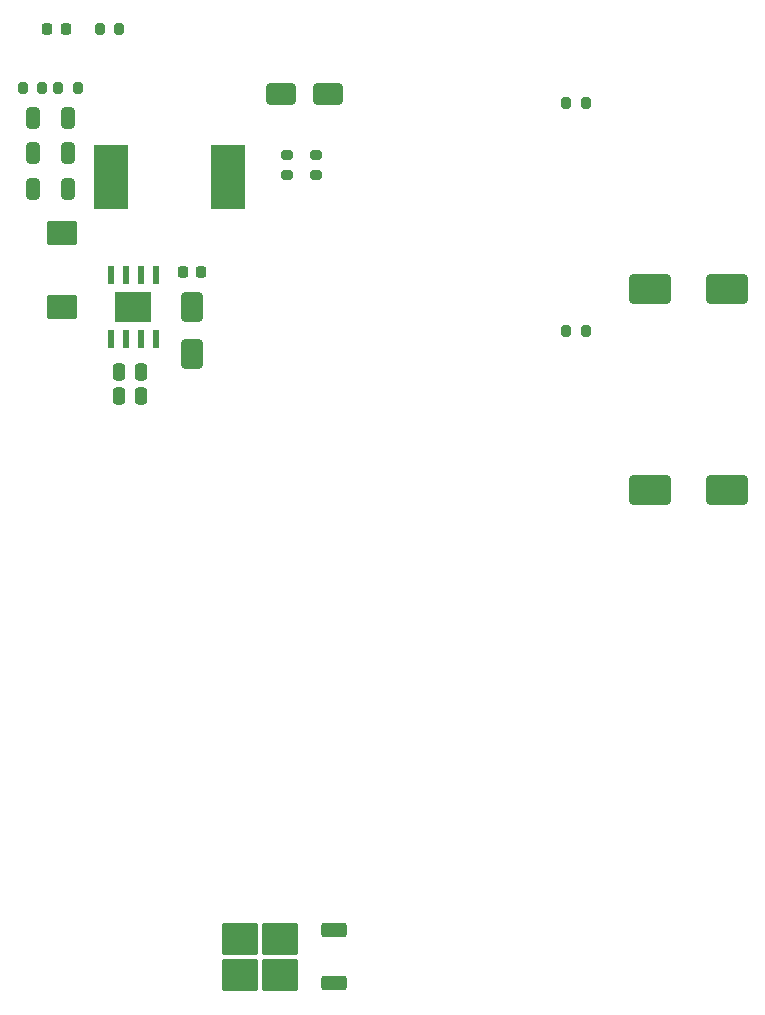
<source format=gtp>
%TF.GenerationSoftware,KiCad,Pcbnew,7.0.1*%
%TF.CreationDate,2024-04-15T22:24:04+03:00*%
%TF.ProjectId,ESP32 STEPPER CONTROL PCB,45535033-3220-4535-9445-505045522043,rev?*%
%TF.SameCoordinates,PX68e7780PY7bfa480*%
%TF.FileFunction,Paste,Top*%
%TF.FilePolarity,Positive*%
%FSLAX46Y46*%
G04 Gerber Fmt 4.6, Leading zero omitted, Abs format (unit mm)*
G04 Created by KiCad (PCBNEW 7.0.1) date 2024-04-15 22:24:04*
%MOMM*%
%LPD*%
G01*
G04 APERTURE LIST*
G04 Aperture macros list*
%AMRoundRect*
0 Rectangle with rounded corners*
0 $1 Rounding radius*
0 $2 $3 $4 $5 $6 $7 $8 $9 X,Y pos of 4 corners*
0 Add a 4 corners polygon primitive as box body*
4,1,4,$2,$3,$4,$5,$6,$7,$8,$9,$2,$3,0*
0 Add four circle primitives for the rounded corners*
1,1,$1+$1,$2,$3*
1,1,$1+$1,$4,$5*
1,1,$1+$1,$6,$7*
1,1,$1+$1,$8,$9*
0 Add four rect primitives between the rounded corners*
20,1,$1+$1,$2,$3,$4,$5,0*
20,1,$1+$1,$4,$5,$6,$7,0*
20,1,$1+$1,$6,$7,$8,$9,0*
20,1,$1+$1,$8,$9,$2,$3,0*%
G04 Aperture macros list end*
%ADD10RoundRect,0.218750X-0.218750X-0.256250X0.218750X-0.256250X0.218750X0.256250X-0.218750X0.256250X0*%
%ADD11RoundRect,0.200000X0.200000X0.275000X-0.200000X0.275000X-0.200000X-0.275000X0.200000X-0.275000X0*%
%ADD12RoundRect,0.250000X-1.500000X-1.000000X1.500000X-1.000000X1.500000X1.000000X-1.500000X1.000000X0*%
%ADD13RoundRect,0.225000X-0.225000X-0.250000X0.225000X-0.250000X0.225000X0.250000X-0.225000X0.250000X0*%
%ADD14RoundRect,0.250000X0.250000X0.475000X-0.250000X0.475000X-0.250000X-0.475000X0.250000X-0.475000X0*%
%ADD15RoundRect,0.250000X0.325000X0.650000X-0.325000X0.650000X-0.325000X-0.650000X0.325000X-0.650000X0*%
%ADD16RoundRect,0.250000X-1.025000X0.787500X-1.025000X-0.787500X1.025000X-0.787500X1.025000X0.787500X0*%
%ADD17RoundRect,0.250000X-1.000000X-0.650000X1.000000X-0.650000X1.000000X0.650000X-1.000000X0.650000X0*%
%ADD18RoundRect,0.250000X0.650000X-1.000000X0.650000X1.000000X-0.650000X1.000000X-0.650000X-1.000000X0*%
%ADD19R,2.900000X5.400000*%
%ADD20R,3.100000X2.600000*%
%ADD21R,0.600000X1.550000*%
%ADD22RoundRect,0.250000X0.850000X0.350000X-0.850000X0.350000X-0.850000X-0.350000X0.850000X-0.350000X0*%
%ADD23RoundRect,0.250000X1.275000X1.125000X-1.275000X1.125000X-1.275000X-1.125000X1.275000X-1.125000X0*%
%ADD24RoundRect,0.200000X-0.200000X-0.275000X0.200000X-0.275000X0.200000X0.275000X-0.200000X0.275000X0*%
%ADD25RoundRect,0.200000X0.275000X-0.200000X0.275000X0.200000X-0.275000X0.200000X-0.275000X-0.200000X0*%
%ADD26RoundRect,0.200000X-0.275000X0.200000X-0.275000X-0.200000X0.275000X-0.200000X0.275000X0.200000X0*%
G04 APERTURE END LIST*
D10*
%TO.C,D3*%
X5287500Y86500000D03*
X3712500Y86500000D03*
%TD*%
D11*
%TO.C,R7*%
X8175000Y86500000D03*
X9825000Y86500000D03*
%TD*%
D12*
%TO.C,C9*%
X61250000Y64500000D03*
X54750000Y64500000D03*
%TD*%
%TO.C,C8*%
X61250000Y47500000D03*
X54750000Y47500000D03*
%TD*%
D13*
%TO.C,C1*%
X16775000Y66000000D03*
X15225000Y66000000D03*
%TD*%
D14*
%TO.C,C3*%
X9800000Y57500000D03*
X11700000Y57500000D03*
%TD*%
%TO.C,C2*%
X9800000Y55500000D03*
X11700000Y55500000D03*
%TD*%
D15*
%TO.C,C7*%
X2525000Y79000000D03*
X5475000Y79000000D03*
%TD*%
%TO.C,C6*%
X2525000Y76000000D03*
X5475000Y76000000D03*
%TD*%
%TO.C,C5*%
X2525000Y73000000D03*
X5475000Y73000000D03*
%TD*%
D16*
%TO.C,C4*%
X5000000Y63000000D03*
X5000000Y69225000D03*
%TD*%
D17*
%TO.C,D2*%
X27500000Y81000000D03*
X23500000Y81000000D03*
%TD*%
D18*
%TO.C,D1*%
X16000000Y63000000D03*
X16000000Y59000000D03*
%TD*%
D19*
%TO.C,L1*%
X9100000Y74000000D03*
X19000000Y74000000D03*
%TD*%
D20*
%TO.C,U1*%
X11000000Y63000000D03*
D21*
X12905000Y60300000D03*
X11635000Y60300000D03*
X10365000Y60300000D03*
X9095000Y60300000D03*
X9095000Y65700000D03*
X10365000Y65700000D03*
X11635000Y65700000D03*
X12905000Y65700000D03*
%TD*%
D22*
%TO.C,Q1*%
X28040000Y5720000D03*
X28040000Y10280000D03*
D23*
X20065000Y9525000D03*
X23415000Y6475000D03*
X20065000Y6475000D03*
X23415000Y9525000D03*
%TD*%
D24*
%TO.C,R6*%
X47675000Y80250000D03*
X49325000Y80250000D03*
%TD*%
D25*
%TO.C,R5*%
X26500000Y75825000D03*
X26500000Y74175000D03*
%TD*%
D26*
%TO.C,R4*%
X24000000Y74175000D03*
X24000000Y75825000D03*
%TD*%
D24*
%TO.C,R3*%
X49325000Y61000000D03*
X47675000Y61000000D03*
%TD*%
D11*
%TO.C,R2*%
X1675000Y81500000D03*
X3325000Y81500000D03*
%TD*%
%TO.C,R1*%
X4675000Y81500000D03*
X6325000Y81500000D03*
%TD*%
M02*

</source>
